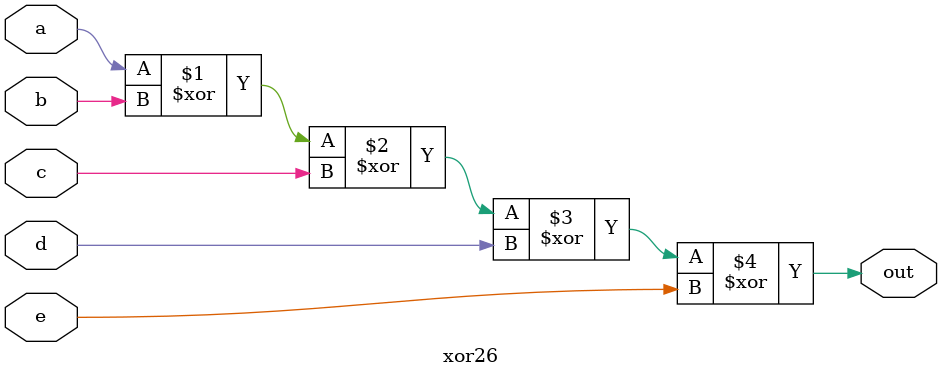
<source format=v>
module xor26 (
    input wire a,
    input wire b,
    input wire c,
    input wire d,
    input wire e,
    output wire out
);

assign out = (a ^ b ^ c ^ d ^ e);

endmodule

</source>
